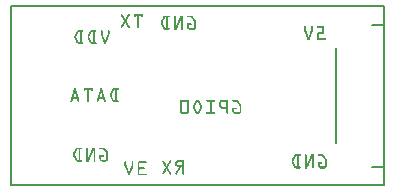
<source format=gbo>
G04 MADE WITH FRITZING*
G04 WWW.FRITZING.ORG*
G04 DOUBLE SIDED*
G04 HOLES PLATED*
G04 CONTOUR ON CENTER OF CONTOUR VECTOR*
%ASAXBY*%
%FSLAX23Y23*%
%MOIN*%
%OFA0B0*%
%SFA1.0B1.0*%
%ADD10R,1.252870X0.606642X1.236870X0.590642*%
%ADD11C,0.008000*%
%ADD12R,0.001000X0.001000*%
%LNSILK0*%
G90*
G70*
G54D11*
X4Y603D02*
X1249Y603D01*
X1249Y4D01*
X4Y4D01*
X4Y603D01*
D02*
X1248Y539D02*
X1248Y66D01*
D02*
X1248Y539D02*
X1209Y539D01*
D02*
X1248Y66D02*
X1209Y66D01*
D02*
X1090Y145D02*
X1090Y460D01*
G54D12*
X398Y575D02*
X398Y575D01*
X415Y575D02*
X444Y575D01*
X372Y574D02*
X375Y574D01*
X396Y574D02*
X399Y574D01*
X415Y574D02*
X444Y574D01*
X371Y573D02*
X376Y573D01*
X395Y573D02*
X400Y573D01*
X415Y573D02*
X444Y573D01*
X371Y572D02*
X377Y572D01*
X395Y572D02*
X400Y572D01*
X415Y572D02*
X444Y572D01*
X371Y571D02*
X377Y571D01*
X394Y571D02*
X400Y571D01*
X415Y571D02*
X444Y571D01*
X372Y570D02*
X378Y570D01*
X393Y570D02*
X400Y570D01*
X415Y570D02*
X444Y570D01*
X372Y569D02*
X378Y569D01*
X393Y569D02*
X399Y569D01*
X415Y569D02*
X444Y569D01*
X519Y569D02*
X532Y569D01*
X551Y569D02*
X552Y569D01*
X571Y569D02*
X578Y569D01*
X595Y569D02*
X606Y569D01*
X373Y568D02*
X379Y568D01*
X392Y568D02*
X398Y568D01*
X415Y568D02*
X420Y568D01*
X427Y568D02*
X432Y568D01*
X439Y568D02*
X444Y568D01*
X517Y568D02*
X534Y568D01*
X550Y568D02*
X553Y568D01*
X571Y568D02*
X578Y568D01*
X593Y568D02*
X608Y568D01*
X374Y567D02*
X380Y567D01*
X392Y567D02*
X398Y567D01*
X415Y567D02*
X420Y567D01*
X427Y567D02*
X432Y567D01*
X439Y567D02*
X444Y567D01*
X515Y567D02*
X534Y567D01*
X549Y567D02*
X554Y567D01*
X570Y567D02*
X578Y567D01*
X593Y567D02*
X610Y567D01*
X374Y566D02*
X380Y566D01*
X391Y566D02*
X397Y566D01*
X415Y566D02*
X420Y566D01*
X427Y566D02*
X432Y566D01*
X439Y566D02*
X444Y566D01*
X514Y566D02*
X534Y566D01*
X549Y566D02*
X554Y566D01*
X570Y566D02*
X578Y566D01*
X593Y566D02*
X611Y566D01*
X375Y565D02*
X381Y565D01*
X390Y565D02*
X397Y565D01*
X416Y565D02*
X419Y565D01*
X427Y565D02*
X432Y565D01*
X440Y565D02*
X443Y565D01*
X514Y565D02*
X534Y565D01*
X549Y565D02*
X554Y565D01*
X569Y565D02*
X578Y565D01*
X593Y565D02*
X612Y565D01*
X375Y564D02*
X381Y564D01*
X390Y564D02*
X396Y564D01*
X417Y564D02*
X418Y564D01*
X427Y564D02*
X432Y564D01*
X441Y564D02*
X442Y564D01*
X513Y564D02*
X533Y564D01*
X549Y564D02*
X554Y564D01*
X569Y564D02*
X578Y564D01*
X594Y564D02*
X612Y564D01*
X376Y563D02*
X382Y563D01*
X389Y563D02*
X395Y563D01*
X427Y563D02*
X432Y563D01*
X512Y563D02*
X519Y563D01*
X523Y563D02*
X529Y563D01*
X549Y563D02*
X554Y563D01*
X568Y563D02*
X578Y563D01*
X605Y563D02*
X613Y563D01*
X376Y562D02*
X383Y562D01*
X389Y562D02*
X395Y562D01*
X427Y562D02*
X432Y562D01*
X512Y562D02*
X518Y562D01*
X523Y562D02*
X528Y562D01*
X549Y562D02*
X554Y562D01*
X568Y562D02*
X578Y562D01*
X607Y562D02*
X614Y562D01*
X377Y561D02*
X383Y561D01*
X388Y561D02*
X394Y561D01*
X427Y561D02*
X432Y561D01*
X511Y561D02*
X517Y561D01*
X523Y561D02*
X528Y561D01*
X549Y561D02*
X554Y561D01*
X567Y561D02*
X578Y561D01*
X608Y561D02*
X615Y561D01*
X378Y560D02*
X384Y560D01*
X388Y560D02*
X394Y560D01*
X427Y560D02*
X432Y560D01*
X511Y560D02*
X517Y560D01*
X523Y560D02*
X528Y560D01*
X549Y560D02*
X554Y560D01*
X567Y560D02*
X578Y560D01*
X609Y560D02*
X616Y560D01*
X378Y559D02*
X384Y559D01*
X387Y559D02*
X393Y559D01*
X427Y559D02*
X432Y559D01*
X510Y559D02*
X516Y559D01*
X523Y559D02*
X528Y559D01*
X549Y559D02*
X554Y559D01*
X567Y559D02*
X578Y559D01*
X610Y559D02*
X616Y559D01*
X379Y558D02*
X393Y558D01*
X427Y558D02*
X432Y558D01*
X510Y558D02*
X516Y558D01*
X523Y558D02*
X528Y558D01*
X549Y558D02*
X554Y558D01*
X566Y558D02*
X578Y558D01*
X610Y558D02*
X617Y558D01*
X379Y557D02*
X392Y557D01*
X427Y557D02*
X432Y557D01*
X509Y557D02*
X515Y557D01*
X523Y557D02*
X528Y557D01*
X549Y557D02*
X554Y557D01*
X566Y557D02*
X571Y557D01*
X573Y557D02*
X578Y557D01*
X611Y557D02*
X618Y557D01*
X380Y556D02*
X391Y556D01*
X427Y556D02*
X432Y556D01*
X509Y556D02*
X515Y556D01*
X523Y556D02*
X528Y556D01*
X549Y556D02*
X554Y556D01*
X565Y556D02*
X571Y556D01*
X573Y556D02*
X578Y556D01*
X612Y556D02*
X619Y556D01*
X381Y555D02*
X391Y555D01*
X427Y555D02*
X432Y555D01*
X508Y555D02*
X514Y555D01*
X523Y555D02*
X528Y555D01*
X549Y555D02*
X554Y555D01*
X565Y555D02*
X571Y555D01*
X573Y555D02*
X578Y555D01*
X613Y555D02*
X619Y555D01*
X381Y554D02*
X390Y554D01*
X427Y554D02*
X432Y554D01*
X508Y554D02*
X514Y554D01*
X523Y554D02*
X528Y554D01*
X549Y554D02*
X554Y554D01*
X564Y554D02*
X570Y554D01*
X573Y554D02*
X578Y554D01*
X613Y554D02*
X620Y554D01*
X382Y553D02*
X390Y553D01*
X427Y553D02*
X432Y553D01*
X507Y553D02*
X513Y553D01*
X523Y553D02*
X528Y553D01*
X549Y553D02*
X554Y553D01*
X564Y553D02*
X570Y553D01*
X573Y553D02*
X578Y553D01*
X614Y553D02*
X621Y553D01*
X382Y552D02*
X389Y552D01*
X427Y552D02*
X432Y552D01*
X507Y552D02*
X513Y552D01*
X523Y552D02*
X528Y552D01*
X549Y552D02*
X554Y552D01*
X564Y552D02*
X569Y552D01*
X573Y552D02*
X578Y552D01*
X615Y552D02*
X621Y552D01*
X382Y551D02*
X389Y551D01*
X427Y551D02*
X432Y551D01*
X506Y551D02*
X512Y551D01*
X523Y551D02*
X528Y551D01*
X549Y551D02*
X554Y551D01*
X563Y551D02*
X569Y551D01*
X573Y551D02*
X578Y551D01*
X616Y551D02*
X621Y551D01*
X382Y550D02*
X390Y550D01*
X427Y550D02*
X432Y550D01*
X506Y550D02*
X512Y550D01*
X523Y550D02*
X528Y550D01*
X549Y550D02*
X554Y550D01*
X563Y550D02*
X568Y550D01*
X573Y550D02*
X578Y550D01*
X616Y550D02*
X622Y550D01*
X381Y549D02*
X390Y549D01*
X427Y549D02*
X432Y549D01*
X506Y549D02*
X511Y549D01*
X523Y549D02*
X528Y549D01*
X549Y549D02*
X554Y549D01*
X562Y549D02*
X568Y549D01*
X573Y549D02*
X578Y549D01*
X617Y549D02*
X622Y549D01*
X381Y548D02*
X391Y548D01*
X427Y548D02*
X432Y548D01*
X506Y548D02*
X511Y548D01*
X523Y548D02*
X528Y548D01*
X549Y548D02*
X554Y548D01*
X562Y548D02*
X567Y548D01*
X573Y548D02*
X578Y548D01*
X617Y548D02*
X622Y548D01*
X380Y547D02*
X391Y547D01*
X427Y547D02*
X432Y547D01*
X505Y547D02*
X511Y547D01*
X523Y547D02*
X528Y547D01*
X549Y547D02*
X554Y547D01*
X561Y547D02*
X567Y547D01*
X573Y547D02*
X578Y547D01*
X617Y547D02*
X622Y547D01*
X379Y546D02*
X392Y546D01*
X427Y546D02*
X432Y546D01*
X505Y546D02*
X510Y546D01*
X523Y546D02*
X528Y546D01*
X549Y546D02*
X554Y546D01*
X561Y546D02*
X567Y546D01*
X573Y546D02*
X578Y546D01*
X617Y546D02*
X622Y546D01*
X379Y545D02*
X392Y545D01*
X427Y545D02*
X432Y545D01*
X505Y545D02*
X510Y545D01*
X523Y545D02*
X528Y545D01*
X549Y545D02*
X554Y545D01*
X560Y545D02*
X566Y545D01*
X573Y545D02*
X578Y545D01*
X617Y545D02*
X622Y545D01*
X378Y544D02*
X384Y544D01*
X387Y544D02*
X393Y544D01*
X427Y544D02*
X432Y544D01*
X505Y544D02*
X511Y544D01*
X523Y544D02*
X528Y544D01*
X549Y544D02*
X554Y544D01*
X560Y544D02*
X566Y544D01*
X573Y544D02*
X578Y544D01*
X617Y544D02*
X622Y544D01*
X378Y543D02*
X384Y543D01*
X388Y543D02*
X394Y543D01*
X427Y543D02*
X432Y543D01*
X506Y543D02*
X511Y543D01*
X523Y543D02*
X528Y543D01*
X549Y543D02*
X554Y543D01*
X560Y543D02*
X565Y543D01*
X573Y543D02*
X578Y543D01*
X593Y543D02*
X606Y543D01*
X617Y543D02*
X622Y543D01*
X377Y542D02*
X383Y542D01*
X388Y542D02*
X394Y542D01*
X427Y542D02*
X432Y542D01*
X506Y542D02*
X511Y542D01*
X523Y542D02*
X528Y542D01*
X549Y542D02*
X554Y542D01*
X559Y542D02*
X565Y542D01*
X573Y542D02*
X578Y542D01*
X593Y542D02*
X606Y542D01*
X617Y542D02*
X622Y542D01*
X376Y541D02*
X383Y541D01*
X389Y541D02*
X395Y541D01*
X427Y541D02*
X432Y541D01*
X506Y541D02*
X512Y541D01*
X523Y541D02*
X528Y541D01*
X549Y541D02*
X554Y541D01*
X559Y541D02*
X564Y541D01*
X573Y541D02*
X578Y541D01*
X593Y541D02*
X607Y541D01*
X617Y541D02*
X622Y541D01*
X376Y540D02*
X382Y540D01*
X389Y540D02*
X395Y540D01*
X427Y540D02*
X432Y540D01*
X507Y540D02*
X512Y540D01*
X523Y540D02*
X528Y540D01*
X549Y540D02*
X554Y540D01*
X558Y540D02*
X564Y540D01*
X573Y540D02*
X578Y540D01*
X593Y540D02*
X607Y540D01*
X617Y540D02*
X622Y540D01*
X375Y539D02*
X381Y539D01*
X390Y539D02*
X396Y539D01*
X427Y539D02*
X432Y539D01*
X507Y539D02*
X513Y539D01*
X523Y539D02*
X528Y539D01*
X549Y539D02*
X554Y539D01*
X558Y539D02*
X564Y539D01*
X573Y539D02*
X578Y539D01*
X593Y539D02*
X606Y539D01*
X617Y539D02*
X622Y539D01*
X375Y538D02*
X381Y538D01*
X390Y538D02*
X397Y538D01*
X427Y538D02*
X432Y538D01*
X507Y538D02*
X513Y538D01*
X523Y538D02*
X528Y538D01*
X549Y538D02*
X554Y538D01*
X557Y538D02*
X563Y538D01*
X573Y538D02*
X578Y538D01*
X593Y538D02*
X606Y538D01*
X617Y538D02*
X622Y538D01*
X374Y537D02*
X380Y537D01*
X391Y537D02*
X397Y537D01*
X427Y537D02*
X432Y537D01*
X508Y537D02*
X514Y537D01*
X523Y537D02*
X528Y537D01*
X549Y537D02*
X554Y537D01*
X557Y537D02*
X563Y537D01*
X573Y537D02*
X578Y537D01*
X593Y537D02*
X598Y537D01*
X617Y537D02*
X622Y537D01*
X374Y536D02*
X380Y536D01*
X392Y536D02*
X398Y536D01*
X427Y536D02*
X432Y536D01*
X508Y536D02*
X514Y536D01*
X523Y536D02*
X528Y536D01*
X549Y536D02*
X554Y536D01*
X557Y536D02*
X562Y536D01*
X573Y536D02*
X578Y536D01*
X593Y536D02*
X598Y536D01*
X617Y536D02*
X622Y536D01*
X373Y535D02*
X379Y535D01*
X392Y535D02*
X398Y535D01*
X427Y535D02*
X432Y535D01*
X509Y535D02*
X515Y535D01*
X523Y535D02*
X528Y535D01*
X549Y535D02*
X554Y535D01*
X556Y535D02*
X562Y535D01*
X573Y535D02*
X578Y535D01*
X593Y535D02*
X598Y535D01*
X617Y535D02*
X622Y535D01*
X372Y534D02*
X378Y534D01*
X393Y534D02*
X399Y534D01*
X427Y534D02*
X432Y534D01*
X509Y534D02*
X515Y534D01*
X523Y534D02*
X528Y534D01*
X549Y534D02*
X554Y534D01*
X556Y534D02*
X561Y534D01*
X573Y534D02*
X578Y534D01*
X593Y534D02*
X598Y534D01*
X617Y534D02*
X622Y534D01*
X985Y534D02*
X985Y534D01*
X1009Y534D02*
X1009Y534D01*
X1029Y534D02*
X1049Y534D01*
X372Y533D02*
X378Y533D01*
X393Y533D02*
X400Y533D01*
X427Y533D02*
X432Y533D01*
X510Y533D02*
X516Y533D01*
X523Y533D02*
X528Y533D01*
X549Y533D02*
X561Y533D01*
X573Y533D02*
X578Y533D01*
X593Y533D02*
X598Y533D01*
X617Y533D02*
X622Y533D01*
X983Y533D02*
X987Y533D01*
X1007Y533D02*
X1011Y533D01*
X1027Y533D02*
X1049Y533D01*
X371Y532D02*
X377Y532D01*
X394Y532D02*
X400Y532D01*
X427Y532D02*
X432Y532D01*
X510Y532D02*
X516Y532D01*
X523Y532D02*
X528Y532D01*
X549Y532D02*
X560Y532D01*
X573Y532D02*
X578Y532D01*
X593Y532D02*
X598Y532D01*
X617Y532D02*
X622Y532D01*
X983Y532D02*
X988Y532D01*
X1007Y532D02*
X1012Y532D01*
X1027Y532D02*
X1049Y532D01*
X371Y531D02*
X377Y531D01*
X395Y531D02*
X400Y531D01*
X427Y531D02*
X432Y531D01*
X511Y531D02*
X517Y531D01*
X523Y531D02*
X528Y531D01*
X549Y531D02*
X560Y531D01*
X573Y531D02*
X578Y531D01*
X593Y531D02*
X598Y531D01*
X617Y531D02*
X622Y531D01*
X983Y531D02*
X988Y531D01*
X1007Y531D02*
X1012Y531D01*
X1026Y531D02*
X1049Y531D01*
X371Y530D02*
X376Y530D01*
X395Y530D02*
X400Y530D01*
X427Y530D02*
X432Y530D01*
X511Y530D02*
X517Y530D01*
X523Y530D02*
X528Y530D01*
X549Y530D02*
X560Y530D01*
X573Y530D02*
X578Y530D01*
X593Y530D02*
X598Y530D01*
X616Y530D02*
X622Y530D01*
X983Y530D02*
X988Y530D01*
X1007Y530D02*
X1012Y530D01*
X1027Y530D02*
X1049Y530D01*
X372Y529D02*
X375Y529D01*
X396Y529D02*
X399Y529D01*
X428Y529D02*
X431Y529D01*
X512Y529D02*
X518Y529D01*
X523Y529D02*
X528Y529D01*
X549Y529D02*
X559Y529D01*
X573Y529D02*
X578Y529D01*
X593Y529D02*
X599Y529D01*
X616Y529D02*
X622Y529D01*
X983Y529D02*
X988Y529D01*
X1007Y529D02*
X1012Y529D01*
X1027Y529D02*
X1049Y529D01*
X374Y528D02*
X374Y528D01*
X398Y528D02*
X398Y528D01*
X429Y528D02*
X429Y528D01*
X512Y528D02*
X532Y528D01*
X549Y528D02*
X559Y528D01*
X573Y528D02*
X578Y528D01*
X593Y528D02*
X621Y528D01*
X983Y528D02*
X988Y528D01*
X1007Y528D02*
X1012Y528D01*
X1044Y528D02*
X1049Y528D01*
X513Y527D02*
X534Y527D01*
X549Y527D02*
X558Y527D01*
X573Y527D02*
X578Y527D01*
X594Y527D02*
X621Y527D01*
X983Y527D02*
X988Y527D01*
X1007Y527D02*
X1012Y527D01*
X1044Y527D02*
X1049Y527D01*
X514Y526D02*
X534Y526D01*
X549Y526D02*
X558Y526D01*
X573Y526D02*
X578Y526D01*
X594Y526D02*
X620Y526D01*
X983Y526D02*
X988Y526D01*
X1007Y526D02*
X1012Y526D01*
X1044Y526D02*
X1049Y526D01*
X514Y525D02*
X534Y525D01*
X549Y525D02*
X557Y525D01*
X573Y525D02*
X578Y525D01*
X595Y525D02*
X619Y525D01*
X983Y525D02*
X988Y525D01*
X1007Y525D02*
X1012Y525D01*
X1044Y525D02*
X1049Y525D01*
X515Y524D02*
X534Y524D01*
X549Y524D02*
X557Y524D01*
X573Y524D02*
X578Y524D01*
X596Y524D02*
X618Y524D01*
X983Y524D02*
X988Y524D01*
X1007Y524D02*
X1012Y524D01*
X1044Y524D02*
X1049Y524D01*
X517Y523D02*
X533Y523D01*
X549Y523D02*
X557Y523D01*
X574Y523D02*
X577Y523D01*
X598Y523D02*
X617Y523D01*
X983Y523D02*
X988Y523D01*
X1007Y523D02*
X1012Y523D01*
X1044Y523D02*
X1049Y523D01*
X983Y522D02*
X988Y522D01*
X1007Y522D02*
X1012Y522D01*
X1044Y522D02*
X1049Y522D01*
X230Y521D02*
X245Y521D01*
X274Y521D02*
X289Y521D01*
X306Y521D02*
X308Y521D01*
X330Y521D02*
X332Y521D01*
X983Y521D02*
X988Y521D01*
X1006Y521D02*
X1012Y521D01*
X1044Y521D02*
X1049Y521D01*
X228Y520D02*
X246Y520D01*
X272Y520D02*
X289Y520D01*
X305Y520D02*
X309Y520D01*
X329Y520D02*
X333Y520D01*
X983Y520D02*
X988Y520D01*
X1006Y520D02*
X1012Y520D01*
X1044Y520D02*
X1049Y520D01*
X227Y519D02*
X246Y519D01*
X271Y519D02*
X290Y519D01*
X305Y519D02*
X310Y519D01*
X329Y519D02*
X334Y519D01*
X983Y519D02*
X989Y519D01*
X1006Y519D02*
X1011Y519D01*
X1044Y519D02*
X1049Y519D01*
X226Y518D02*
X246Y518D01*
X270Y518D02*
X290Y518D01*
X305Y518D02*
X310Y518D01*
X329Y518D02*
X334Y518D01*
X983Y518D02*
X989Y518D01*
X1005Y518D02*
X1011Y518D01*
X1044Y518D02*
X1049Y518D01*
X225Y517D02*
X246Y517D01*
X269Y517D02*
X290Y517D01*
X305Y517D02*
X310Y517D01*
X329Y517D02*
X334Y517D01*
X984Y517D02*
X989Y517D01*
X1005Y517D02*
X1010Y517D01*
X1044Y517D02*
X1049Y517D01*
X225Y516D02*
X245Y516D01*
X268Y516D02*
X289Y516D01*
X305Y516D02*
X310Y516D01*
X329Y516D02*
X334Y516D01*
X984Y516D02*
X990Y516D01*
X1004Y516D02*
X1010Y516D01*
X1044Y516D02*
X1049Y516D01*
X224Y515D02*
X230Y515D01*
X235Y515D02*
X240Y515D01*
X268Y515D02*
X274Y515D01*
X279Y515D02*
X284Y515D01*
X305Y515D02*
X310Y515D01*
X329Y515D02*
X334Y515D01*
X985Y515D02*
X990Y515D01*
X1004Y515D02*
X1010Y515D01*
X1044Y515D02*
X1049Y515D01*
X224Y514D02*
X230Y514D01*
X235Y514D02*
X240Y514D01*
X267Y514D02*
X273Y514D01*
X279Y514D02*
X284Y514D01*
X305Y514D02*
X310Y514D01*
X329Y514D02*
X334Y514D01*
X985Y514D02*
X991Y514D01*
X1004Y514D02*
X1009Y514D01*
X1044Y514D02*
X1049Y514D01*
X223Y513D02*
X229Y513D01*
X235Y513D02*
X240Y513D01*
X267Y513D02*
X273Y513D01*
X279Y513D02*
X284Y513D01*
X305Y513D02*
X310Y513D01*
X329Y513D02*
X334Y513D01*
X985Y513D02*
X991Y513D01*
X1003Y513D02*
X1009Y513D01*
X1030Y513D02*
X1049Y513D01*
X223Y512D02*
X228Y512D01*
X235Y512D02*
X240Y512D01*
X266Y512D02*
X272Y512D01*
X279Y512D02*
X284Y512D01*
X305Y512D02*
X310Y512D01*
X329Y512D02*
X334Y512D01*
X986Y512D02*
X991Y512D01*
X1003Y512D02*
X1009Y512D01*
X1029Y512D02*
X1049Y512D01*
X222Y511D02*
X228Y511D01*
X235Y511D02*
X240Y511D01*
X266Y511D02*
X272Y511D01*
X279Y511D02*
X284Y511D01*
X305Y511D02*
X310Y511D01*
X329Y511D02*
X334Y511D01*
X986Y511D02*
X992Y511D01*
X1003Y511D02*
X1008Y511D01*
X1028Y511D02*
X1049Y511D01*
X222Y510D02*
X227Y510D01*
X235Y510D02*
X240Y510D01*
X265Y510D02*
X271Y510D01*
X279Y510D02*
X284Y510D01*
X305Y510D02*
X310Y510D01*
X329Y510D02*
X334Y510D01*
X987Y510D02*
X992Y510D01*
X1002Y510D02*
X1008Y510D01*
X1027Y510D02*
X1049Y510D01*
X221Y509D02*
X227Y509D01*
X235Y509D02*
X240Y509D01*
X265Y509D02*
X271Y509D01*
X279Y509D02*
X284Y509D01*
X305Y509D02*
X310Y509D01*
X329Y509D02*
X334Y509D01*
X987Y509D02*
X993Y509D01*
X1002Y509D02*
X1007Y509D01*
X1027Y509D02*
X1049Y509D01*
X221Y508D02*
X226Y508D01*
X235Y508D02*
X240Y508D01*
X264Y508D02*
X270Y508D01*
X279Y508D02*
X284Y508D01*
X305Y508D02*
X310Y508D01*
X328Y508D02*
X334Y508D01*
X987Y508D02*
X993Y508D01*
X1001Y508D02*
X1007Y508D01*
X1026Y508D02*
X1049Y508D01*
X220Y507D02*
X226Y507D01*
X235Y507D02*
X240Y507D01*
X264Y507D02*
X270Y507D01*
X279Y507D02*
X284Y507D01*
X305Y507D02*
X310Y507D01*
X328Y507D02*
X334Y507D01*
X988Y507D02*
X993Y507D01*
X1001Y507D02*
X1007Y507D01*
X1026Y507D02*
X1031Y507D01*
X220Y506D02*
X225Y506D01*
X235Y506D02*
X240Y506D01*
X263Y506D02*
X269Y506D01*
X279Y506D02*
X284Y506D01*
X305Y506D02*
X311Y506D01*
X328Y506D02*
X333Y506D01*
X988Y506D02*
X994Y506D01*
X1001Y506D02*
X1006Y506D01*
X1026Y506D02*
X1031Y506D01*
X219Y505D02*
X225Y505D01*
X235Y505D02*
X240Y505D01*
X263Y505D02*
X269Y505D01*
X279Y505D02*
X284Y505D01*
X306Y505D02*
X311Y505D01*
X327Y505D02*
X333Y505D01*
X989Y505D02*
X994Y505D01*
X1000Y505D02*
X1006Y505D01*
X1026Y505D02*
X1031Y505D01*
X219Y504D02*
X224Y504D01*
X235Y504D02*
X240Y504D01*
X262Y504D02*
X268Y504D01*
X279Y504D02*
X284Y504D01*
X306Y504D02*
X312Y504D01*
X327Y504D02*
X332Y504D01*
X989Y504D02*
X994Y504D01*
X1000Y504D02*
X1005Y504D01*
X1026Y504D02*
X1031Y504D01*
X218Y503D02*
X224Y503D01*
X235Y503D02*
X240Y503D01*
X262Y503D02*
X268Y503D01*
X279Y503D02*
X284Y503D01*
X306Y503D02*
X312Y503D01*
X326Y503D02*
X332Y503D01*
X989Y503D02*
X995Y503D01*
X999Y503D02*
X1005Y503D01*
X1026Y503D02*
X1031Y503D01*
X218Y502D02*
X223Y502D01*
X235Y502D02*
X240Y502D01*
X262Y502D02*
X267Y502D01*
X279Y502D02*
X284Y502D01*
X307Y502D02*
X312Y502D01*
X326Y502D02*
X332Y502D01*
X990Y502D02*
X995Y502D01*
X999Y502D02*
X1005Y502D01*
X1026Y502D02*
X1031Y502D01*
X217Y501D02*
X223Y501D01*
X235Y501D02*
X240Y501D01*
X261Y501D02*
X267Y501D01*
X279Y501D02*
X284Y501D01*
X307Y501D02*
X313Y501D01*
X326Y501D02*
X331Y501D01*
X990Y501D02*
X996Y501D01*
X999Y501D02*
X1004Y501D01*
X1026Y501D02*
X1031Y501D01*
X217Y500D02*
X223Y500D01*
X235Y500D02*
X240Y500D01*
X261Y500D02*
X266Y500D01*
X279Y500D02*
X284Y500D01*
X308Y500D02*
X313Y500D01*
X325Y500D02*
X331Y500D01*
X990Y500D02*
X996Y500D01*
X998Y500D02*
X1004Y500D01*
X1026Y500D02*
X1031Y500D01*
X217Y499D02*
X222Y499D01*
X235Y499D02*
X240Y499D01*
X261Y499D02*
X266Y499D01*
X279Y499D02*
X284Y499D01*
X308Y499D02*
X314Y499D01*
X325Y499D02*
X330Y499D01*
X991Y499D02*
X1003Y499D01*
X1026Y499D02*
X1031Y499D01*
X217Y498D02*
X222Y498D01*
X235Y498D02*
X240Y498D01*
X261Y498D02*
X266Y498D01*
X279Y498D02*
X284Y498D01*
X308Y498D02*
X314Y498D01*
X324Y498D02*
X330Y498D01*
X991Y498D02*
X1003Y498D01*
X1026Y498D02*
X1031Y498D01*
X217Y497D02*
X222Y497D01*
X235Y497D02*
X240Y497D01*
X261Y497D02*
X266Y497D01*
X279Y497D02*
X284Y497D01*
X309Y497D02*
X314Y497D01*
X324Y497D02*
X330Y497D01*
X992Y497D02*
X1003Y497D01*
X1026Y497D02*
X1031Y497D01*
X217Y496D02*
X222Y496D01*
X235Y496D02*
X240Y496D01*
X261Y496D02*
X266Y496D01*
X279Y496D02*
X284Y496D01*
X309Y496D02*
X315Y496D01*
X324Y496D02*
X329Y496D01*
X992Y496D02*
X1002Y496D01*
X1026Y496D02*
X1031Y496D01*
X217Y495D02*
X223Y495D01*
X235Y495D02*
X240Y495D01*
X261Y495D02*
X267Y495D01*
X279Y495D02*
X284Y495D01*
X309Y495D02*
X315Y495D01*
X323Y495D02*
X329Y495D01*
X992Y495D02*
X1002Y495D01*
X1026Y495D02*
X1031Y495D01*
X1051Y495D02*
X1054Y495D01*
X218Y494D02*
X223Y494D01*
X235Y494D02*
X240Y494D01*
X261Y494D02*
X267Y494D01*
X279Y494D02*
X284Y494D01*
X310Y494D02*
X315Y494D01*
X323Y494D02*
X328Y494D01*
X993Y494D02*
X1002Y494D01*
X1026Y494D02*
X1031Y494D01*
X1049Y494D02*
X1055Y494D01*
X218Y493D02*
X224Y493D01*
X235Y493D02*
X240Y493D01*
X262Y493D02*
X267Y493D01*
X279Y493D02*
X284Y493D01*
X310Y493D02*
X316Y493D01*
X322Y493D02*
X328Y493D01*
X993Y493D02*
X1001Y493D01*
X1026Y493D02*
X1055Y493D01*
X218Y492D02*
X224Y492D01*
X235Y492D02*
X240Y492D01*
X262Y492D02*
X268Y492D01*
X279Y492D02*
X284Y492D01*
X311Y492D02*
X316Y492D01*
X322Y492D02*
X328Y492D01*
X994Y492D02*
X1001Y492D01*
X1026Y492D02*
X1055Y492D01*
X219Y491D02*
X225Y491D01*
X235Y491D02*
X240Y491D01*
X263Y491D02*
X269Y491D01*
X279Y491D02*
X284Y491D01*
X311Y491D02*
X317Y491D01*
X322Y491D02*
X327Y491D01*
X994Y491D02*
X1000Y491D01*
X1027Y491D02*
X1055Y491D01*
X219Y490D02*
X225Y490D01*
X235Y490D02*
X240Y490D01*
X263Y490D02*
X269Y490D01*
X279Y490D02*
X284Y490D01*
X311Y490D02*
X317Y490D01*
X321Y490D02*
X327Y490D01*
X994Y490D02*
X1000Y490D01*
X1027Y490D02*
X1054Y490D01*
X220Y489D02*
X226Y489D01*
X235Y489D02*
X240Y489D01*
X264Y489D02*
X270Y489D01*
X279Y489D02*
X284Y489D01*
X312Y489D02*
X317Y489D01*
X321Y489D02*
X327Y489D01*
X995Y489D02*
X1000Y489D01*
X1028Y489D02*
X1052Y489D01*
X220Y488D02*
X226Y488D01*
X235Y488D02*
X240Y488D01*
X264Y488D02*
X270Y488D01*
X279Y488D02*
X284Y488D01*
X312Y488D02*
X318Y488D01*
X320Y488D02*
X326Y488D01*
X995Y488D02*
X999Y488D01*
X1029Y488D02*
X1050Y488D01*
X221Y487D02*
X227Y487D01*
X235Y487D02*
X240Y487D01*
X265Y487D02*
X271Y487D01*
X279Y487D02*
X284Y487D01*
X313Y487D02*
X318Y487D01*
X320Y487D02*
X326Y487D01*
X997Y487D02*
X997Y487D01*
X1032Y487D02*
X1046Y487D01*
X221Y486D02*
X227Y486D01*
X235Y486D02*
X240Y486D01*
X265Y486D02*
X271Y486D01*
X279Y486D02*
X284Y486D01*
X313Y486D02*
X325Y486D01*
X222Y485D02*
X228Y485D01*
X235Y485D02*
X240Y485D01*
X266Y485D02*
X272Y485D01*
X279Y485D02*
X284Y485D01*
X313Y485D02*
X325Y485D01*
X222Y484D02*
X228Y484D01*
X235Y484D02*
X240Y484D01*
X266Y484D02*
X272Y484D01*
X279Y484D02*
X284Y484D01*
X314Y484D02*
X325Y484D01*
X223Y483D02*
X229Y483D01*
X235Y483D02*
X240Y483D01*
X267Y483D02*
X273Y483D01*
X279Y483D02*
X284Y483D01*
X314Y483D02*
X324Y483D01*
X223Y482D02*
X229Y482D01*
X235Y482D02*
X240Y482D01*
X267Y482D02*
X273Y482D01*
X279Y482D02*
X284Y482D01*
X315Y482D02*
X324Y482D01*
X224Y481D02*
X230Y481D01*
X235Y481D02*
X240Y481D01*
X268Y481D02*
X274Y481D01*
X279Y481D02*
X284Y481D01*
X315Y481D02*
X323Y481D01*
X224Y480D02*
X245Y480D01*
X268Y480D02*
X288Y480D01*
X315Y480D02*
X323Y480D01*
X225Y479D02*
X246Y479D01*
X269Y479D02*
X289Y479D01*
X316Y479D02*
X323Y479D01*
X226Y478D02*
X246Y478D01*
X269Y478D02*
X290Y478D01*
X316Y478D02*
X322Y478D01*
X226Y477D02*
X246Y477D01*
X270Y477D02*
X290Y477D01*
X317Y477D02*
X322Y477D01*
X228Y476D02*
X246Y476D01*
X271Y476D02*
X290Y476D01*
X317Y476D02*
X321Y476D01*
X230Y475D02*
X245Y475D01*
X273Y475D02*
X289Y475D01*
X318Y475D02*
X321Y475D01*
X217Y327D02*
X220Y327D01*
X248Y327D02*
X277Y327D01*
X305Y327D02*
X307Y327D01*
X348Y327D02*
X363Y327D01*
X216Y326D02*
X221Y326D01*
X248Y326D02*
X277Y326D01*
X304Y326D02*
X308Y326D01*
X346Y326D02*
X364Y326D01*
X216Y325D02*
X221Y325D01*
X248Y325D02*
X277Y325D01*
X303Y325D02*
X309Y325D01*
X345Y325D02*
X364Y325D01*
X216Y324D02*
X221Y324D01*
X248Y324D02*
X277Y324D01*
X303Y324D02*
X309Y324D01*
X344Y324D02*
X364Y324D01*
X215Y323D02*
X222Y323D01*
X248Y323D02*
X277Y323D01*
X303Y323D02*
X309Y323D01*
X343Y323D02*
X364Y323D01*
X215Y322D02*
X222Y322D01*
X248Y322D02*
X277Y322D01*
X303Y322D02*
X309Y322D01*
X343Y322D02*
X363Y322D01*
X215Y321D02*
X222Y321D01*
X248Y321D02*
X253Y321D01*
X260Y321D02*
X265Y321D01*
X272Y321D02*
X277Y321D01*
X302Y321D02*
X310Y321D01*
X342Y321D02*
X348Y321D01*
X353Y321D02*
X358Y321D01*
X214Y320D02*
X222Y320D01*
X248Y320D02*
X253Y320D01*
X260Y320D02*
X265Y320D01*
X272Y320D02*
X277Y320D01*
X302Y320D02*
X310Y320D01*
X342Y320D02*
X347Y320D01*
X353Y320D02*
X358Y320D01*
X214Y319D02*
X223Y319D01*
X248Y319D02*
X253Y319D01*
X260Y319D02*
X265Y319D01*
X272Y319D02*
X277Y319D01*
X302Y319D02*
X310Y319D01*
X341Y319D02*
X347Y319D01*
X353Y319D02*
X358Y319D01*
X214Y318D02*
X223Y318D01*
X248Y318D02*
X252Y318D01*
X260Y318D02*
X265Y318D01*
X272Y318D02*
X276Y318D01*
X301Y318D02*
X311Y318D01*
X341Y318D02*
X346Y318D01*
X353Y318D02*
X358Y318D01*
X214Y317D02*
X223Y317D01*
X249Y317D02*
X251Y317D01*
X260Y317D02*
X265Y317D01*
X273Y317D02*
X275Y317D01*
X301Y317D02*
X311Y317D01*
X340Y317D02*
X346Y317D01*
X353Y317D02*
X358Y317D01*
X213Y316D02*
X224Y316D01*
X260Y316D02*
X265Y316D01*
X301Y316D02*
X311Y316D01*
X340Y316D02*
X345Y316D01*
X353Y316D02*
X358Y316D01*
X213Y315D02*
X224Y315D01*
X260Y315D02*
X265Y315D01*
X300Y315D02*
X311Y315D01*
X339Y315D02*
X345Y315D01*
X353Y315D02*
X358Y315D01*
X213Y314D02*
X224Y314D01*
X260Y314D02*
X265Y314D01*
X300Y314D02*
X312Y314D01*
X339Y314D02*
X344Y314D01*
X353Y314D02*
X358Y314D01*
X212Y313D02*
X225Y313D01*
X260Y313D02*
X265Y313D01*
X300Y313D02*
X312Y313D01*
X338Y313D02*
X344Y313D01*
X353Y313D02*
X358Y313D01*
X212Y312D02*
X217Y312D01*
X219Y312D02*
X225Y312D01*
X260Y312D02*
X265Y312D01*
X300Y312D02*
X305Y312D01*
X307Y312D02*
X312Y312D01*
X338Y312D02*
X343Y312D01*
X353Y312D02*
X358Y312D01*
X212Y311D02*
X217Y311D01*
X220Y311D02*
X225Y311D01*
X260Y311D02*
X265Y311D01*
X299Y311D02*
X305Y311D01*
X307Y311D02*
X313Y311D01*
X337Y311D02*
X343Y311D01*
X353Y311D02*
X358Y311D01*
X212Y310D02*
X217Y310D01*
X220Y310D02*
X225Y310D01*
X260Y310D02*
X265Y310D01*
X299Y310D02*
X304Y310D01*
X308Y310D02*
X313Y310D01*
X337Y310D02*
X342Y310D01*
X353Y310D02*
X358Y310D01*
X211Y309D02*
X217Y309D01*
X220Y309D02*
X226Y309D01*
X260Y309D02*
X265Y309D01*
X299Y309D02*
X304Y309D01*
X308Y309D02*
X313Y309D01*
X336Y309D02*
X342Y309D01*
X353Y309D02*
X358Y309D01*
X211Y308D02*
X216Y308D01*
X221Y308D02*
X226Y308D01*
X260Y308D02*
X265Y308D01*
X298Y308D02*
X304Y308D01*
X308Y308D02*
X314Y308D01*
X336Y308D02*
X341Y308D01*
X353Y308D02*
X358Y308D01*
X211Y307D02*
X216Y307D01*
X221Y307D02*
X226Y307D01*
X260Y307D02*
X265Y307D01*
X298Y307D02*
X304Y307D01*
X308Y307D02*
X314Y307D01*
X336Y307D02*
X341Y307D01*
X353Y307D02*
X358Y307D01*
X210Y306D02*
X216Y306D01*
X221Y306D02*
X227Y306D01*
X260Y306D02*
X265Y306D01*
X298Y306D02*
X303Y306D01*
X309Y306D02*
X314Y306D01*
X335Y306D02*
X341Y306D01*
X353Y306D02*
X358Y306D01*
X210Y305D02*
X215Y305D01*
X222Y305D02*
X227Y305D01*
X260Y305D02*
X265Y305D01*
X298Y305D02*
X303Y305D01*
X309Y305D02*
X314Y305D01*
X335Y305D02*
X340Y305D01*
X353Y305D02*
X358Y305D01*
X210Y304D02*
X215Y304D01*
X222Y304D02*
X227Y304D01*
X260Y304D02*
X265Y304D01*
X297Y304D02*
X303Y304D01*
X309Y304D02*
X315Y304D01*
X335Y304D02*
X340Y304D01*
X353Y304D02*
X358Y304D01*
X209Y303D02*
X215Y303D01*
X222Y303D02*
X227Y303D01*
X260Y303D02*
X265Y303D01*
X297Y303D02*
X302Y303D01*
X310Y303D02*
X315Y303D01*
X335Y303D02*
X340Y303D01*
X353Y303D02*
X358Y303D01*
X209Y302D02*
X215Y302D01*
X222Y302D02*
X228Y302D01*
X260Y302D02*
X265Y302D01*
X297Y302D02*
X302Y302D01*
X310Y302D02*
X315Y302D01*
X335Y302D02*
X341Y302D01*
X353Y302D02*
X358Y302D01*
X209Y301D02*
X214Y301D01*
X223Y301D02*
X228Y301D01*
X260Y301D02*
X265Y301D01*
X296Y301D02*
X302Y301D01*
X310Y301D02*
X316Y301D01*
X336Y301D02*
X341Y301D01*
X353Y301D02*
X358Y301D01*
X209Y300D02*
X214Y300D01*
X223Y300D02*
X228Y300D01*
X260Y300D02*
X265Y300D01*
X296Y300D02*
X301Y300D01*
X310Y300D02*
X316Y300D01*
X336Y300D02*
X341Y300D01*
X353Y300D02*
X358Y300D01*
X208Y299D02*
X214Y299D01*
X223Y299D02*
X229Y299D01*
X260Y299D02*
X265Y299D01*
X296Y299D02*
X301Y299D01*
X311Y299D02*
X316Y299D01*
X336Y299D02*
X342Y299D01*
X353Y299D02*
X358Y299D01*
X208Y298D02*
X213Y298D01*
X224Y298D02*
X229Y298D01*
X260Y298D02*
X265Y298D01*
X296Y298D02*
X301Y298D01*
X311Y298D02*
X316Y298D01*
X337Y298D02*
X342Y298D01*
X353Y298D02*
X358Y298D01*
X208Y297D02*
X213Y297D01*
X224Y297D02*
X229Y297D01*
X260Y297D02*
X265Y297D01*
X295Y297D02*
X301Y297D01*
X311Y297D02*
X317Y297D01*
X337Y297D02*
X343Y297D01*
X353Y297D02*
X358Y297D01*
X207Y296D02*
X230Y296D01*
X260Y296D02*
X265Y296D01*
X295Y296D02*
X317Y296D01*
X338Y296D02*
X343Y296D01*
X353Y296D02*
X358Y296D01*
X207Y295D02*
X230Y295D01*
X260Y295D02*
X265Y295D01*
X295Y295D02*
X317Y295D01*
X338Y295D02*
X344Y295D01*
X353Y295D02*
X358Y295D01*
X207Y294D02*
X230Y294D01*
X260Y294D02*
X265Y294D01*
X294Y294D02*
X318Y294D01*
X339Y294D02*
X344Y294D01*
X353Y294D02*
X358Y294D01*
X207Y293D02*
X230Y293D01*
X260Y293D02*
X265Y293D01*
X294Y293D02*
X318Y293D01*
X339Y293D02*
X345Y293D01*
X353Y293D02*
X358Y293D01*
X206Y292D02*
X231Y292D01*
X260Y292D02*
X265Y292D01*
X294Y292D02*
X318Y292D01*
X340Y292D02*
X345Y292D01*
X353Y292D02*
X358Y292D01*
X206Y291D02*
X231Y291D01*
X260Y291D02*
X265Y291D01*
X293Y291D02*
X319Y291D01*
X340Y291D02*
X346Y291D01*
X353Y291D02*
X358Y291D01*
X206Y290D02*
X211Y290D01*
X226Y290D02*
X231Y290D01*
X260Y290D02*
X265Y290D01*
X293Y290D02*
X299Y290D01*
X313Y290D02*
X319Y290D01*
X341Y290D02*
X346Y290D01*
X353Y290D02*
X358Y290D01*
X205Y289D02*
X211Y289D01*
X226Y289D02*
X232Y289D01*
X260Y289D02*
X265Y289D01*
X293Y289D02*
X298Y289D01*
X314Y289D02*
X319Y289D01*
X341Y289D02*
X347Y289D01*
X353Y289D02*
X358Y289D01*
X205Y288D02*
X210Y288D01*
X226Y288D02*
X232Y288D01*
X260Y288D02*
X265Y288D01*
X293Y288D02*
X298Y288D01*
X314Y288D02*
X319Y288D01*
X341Y288D02*
X348Y288D01*
X353Y288D02*
X358Y288D01*
X573Y288D02*
X594Y288D01*
X625Y288D02*
X629Y288D01*
X658Y288D02*
X684Y288D01*
X707Y288D02*
X729Y288D01*
X745Y288D02*
X758Y288D01*
X205Y287D02*
X210Y287D01*
X227Y287D02*
X232Y287D01*
X260Y287D02*
X265Y287D01*
X292Y287D02*
X298Y287D01*
X314Y287D02*
X320Y287D01*
X342Y287D02*
X348Y287D01*
X353Y287D02*
X358Y287D01*
X571Y287D02*
X596Y287D01*
X623Y287D02*
X631Y287D01*
X657Y287D02*
X685Y287D01*
X704Y287D02*
X729Y287D01*
X744Y287D02*
X760Y287D01*
X205Y286D02*
X210Y286D01*
X227Y286D02*
X232Y286D01*
X260Y286D02*
X265Y286D01*
X292Y286D02*
X297Y286D01*
X315Y286D02*
X320Y286D01*
X342Y286D02*
X363Y286D01*
X570Y286D02*
X597Y286D01*
X622Y286D02*
X632Y286D01*
X656Y286D02*
X685Y286D01*
X703Y286D02*
X729Y286D01*
X744Y286D02*
X761Y286D01*
X204Y285D02*
X210Y285D01*
X227Y285D02*
X233Y285D01*
X260Y285D02*
X265Y285D01*
X292Y285D02*
X297Y285D01*
X315Y285D02*
X320Y285D01*
X343Y285D02*
X364Y285D01*
X570Y285D02*
X597Y285D01*
X621Y285D02*
X633Y285D01*
X656Y285D02*
X685Y285D01*
X702Y285D02*
X729Y285D01*
X744Y285D02*
X762Y285D01*
X204Y284D02*
X209Y284D01*
X228Y284D02*
X233Y284D01*
X260Y284D02*
X265Y284D01*
X291Y284D02*
X297Y284D01*
X315Y284D02*
X321Y284D01*
X344Y284D02*
X364Y284D01*
X569Y284D02*
X598Y284D01*
X621Y284D02*
X634Y284D01*
X657Y284D02*
X685Y284D01*
X701Y284D02*
X729Y284D01*
X744Y284D02*
X763Y284D01*
X204Y283D02*
X209Y283D01*
X228Y283D02*
X233Y283D01*
X260Y283D02*
X265Y283D01*
X291Y283D02*
X296Y283D01*
X315Y283D02*
X321Y283D01*
X345Y283D02*
X364Y283D01*
X569Y283D02*
X598Y283D01*
X620Y283D02*
X634Y283D01*
X658Y283D02*
X684Y283D01*
X701Y283D02*
X729Y283D01*
X745Y283D02*
X764Y283D01*
X204Y282D02*
X209Y282D01*
X228Y282D02*
X233Y282D01*
X260Y282D02*
X264Y282D01*
X292Y282D02*
X296Y282D01*
X316Y282D02*
X320Y282D01*
X346Y282D02*
X364Y282D01*
X569Y282D02*
X574Y282D01*
X593Y282D02*
X598Y282D01*
X620Y282D02*
X626Y282D01*
X629Y282D02*
X635Y282D01*
X668Y282D02*
X674Y282D01*
X701Y282D02*
X707Y282D01*
X724Y282D02*
X729Y282D01*
X757Y282D02*
X765Y282D01*
X205Y281D02*
X208Y281D01*
X229Y281D02*
X232Y281D01*
X261Y281D02*
X263Y281D01*
X293Y281D02*
X295Y281D01*
X317Y281D02*
X319Y281D01*
X348Y281D02*
X363Y281D01*
X569Y281D02*
X574Y281D01*
X593Y281D02*
X598Y281D01*
X619Y281D02*
X625Y281D01*
X629Y281D02*
X635Y281D01*
X668Y281D02*
X674Y281D01*
X700Y281D02*
X706Y281D01*
X724Y281D02*
X729Y281D01*
X758Y281D02*
X765Y281D01*
X569Y280D02*
X574Y280D01*
X593Y280D02*
X598Y280D01*
X619Y280D02*
X624Y280D01*
X630Y280D02*
X636Y280D01*
X668Y280D02*
X674Y280D01*
X700Y280D02*
X705Y280D01*
X724Y280D02*
X729Y280D01*
X759Y280D02*
X766Y280D01*
X569Y279D02*
X574Y279D01*
X593Y279D02*
X598Y279D01*
X618Y279D02*
X624Y279D01*
X630Y279D02*
X636Y279D01*
X668Y279D02*
X674Y279D01*
X700Y279D02*
X705Y279D01*
X724Y279D02*
X729Y279D01*
X760Y279D02*
X767Y279D01*
X569Y278D02*
X574Y278D01*
X593Y278D02*
X598Y278D01*
X618Y278D02*
X623Y278D01*
X631Y278D02*
X637Y278D01*
X668Y278D02*
X674Y278D01*
X700Y278D02*
X705Y278D01*
X724Y278D02*
X729Y278D01*
X761Y278D02*
X768Y278D01*
X569Y277D02*
X574Y277D01*
X593Y277D02*
X598Y277D01*
X617Y277D02*
X623Y277D01*
X631Y277D02*
X637Y277D01*
X668Y277D02*
X674Y277D01*
X700Y277D02*
X705Y277D01*
X724Y277D02*
X729Y277D01*
X762Y277D02*
X768Y277D01*
X569Y276D02*
X574Y276D01*
X593Y276D02*
X598Y276D01*
X617Y276D02*
X622Y276D01*
X632Y276D02*
X638Y276D01*
X668Y276D02*
X674Y276D01*
X700Y276D02*
X705Y276D01*
X724Y276D02*
X729Y276D01*
X762Y276D02*
X769Y276D01*
X569Y275D02*
X574Y275D01*
X593Y275D02*
X598Y275D01*
X616Y275D02*
X622Y275D01*
X632Y275D02*
X638Y275D01*
X668Y275D02*
X674Y275D01*
X700Y275D02*
X705Y275D01*
X724Y275D02*
X729Y275D01*
X763Y275D02*
X770Y275D01*
X569Y274D02*
X574Y274D01*
X593Y274D02*
X598Y274D01*
X616Y274D02*
X621Y274D01*
X633Y274D02*
X639Y274D01*
X668Y274D02*
X674Y274D01*
X700Y274D02*
X705Y274D01*
X724Y274D02*
X729Y274D01*
X764Y274D02*
X771Y274D01*
X569Y273D02*
X574Y273D01*
X593Y273D02*
X598Y273D01*
X615Y273D02*
X621Y273D01*
X633Y273D02*
X639Y273D01*
X668Y273D02*
X674Y273D01*
X700Y273D02*
X705Y273D01*
X724Y273D02*
X729Y273D01*
X765Y273D02*
X771Y273D01*
X569Y272D02*
X574Y272D01*
X593Y272D02*
X598Y272D01*
X615Y272D02*
X620Y272D01*
X634Y272D02*
X640Y272D01*
X668Y272D02*
X674Y272D01*
X700Y272D02*
X705Y272D01*
X724Y272D02*
X729Y272D01*
X766Y272D02*
X772Y272D01*
X569Y271D02*
X574Y271D01*
X593Y271D02*
X598Y271D01*
X614Y271D02*
X620Y271D01*
X634Y271D02*
X640Y271D01*
X668Y271D02*
X674Y271D01*
X700Y271D02*
X705Y271D01*
X724Y271D02*
X729Y271D01*
X766Y271D02*
X772Y271D01*
X569Y270D02*
X574Y270D01*
X593Y270D02*
X598Y270D01*
X614Y270D02*
X619Y270D01*
X635Y270D02*
X641Y270D01*
X668Y270D02*
X674Y270D01*
X700Y270D02*
X705Y270D01*
X724Y270D02*
X729Y270D01*
X767Y270D02*
X773Y270D01*
X569Y269D02*
X574Y269D01*
X593Y269D02*
X598Y269D01*
X613Y269D02*
X619Y269D01*
X636Y269D02*
X641Y269D01*
X668Y269D02*
X674Y269D01*
X700Y269D02*
X705Y269D01*
X724Y269D02*
X729Y269D01*
X767Y269D02*
X773Y269D01*
X569Y268D02*
X574Y268D01*
X593Y268D02*
X598Y268D01*
X613Y268D02*
X618Y268D01*
X636Y268D02*
X641Y268D01*
X668Y268D02*
X674Y268D01*
X700Y268D02*
X705Y268D01*
X724Y268D02*
X729Y268D01*
X768Y268D02*
X773Y268D01*
X569Y267D02*
X574Y267D01*
X593Y267D02*
X598Y267D01*
X613Y267D02*
X618Y267D01*
X636Y267D02*
X641Y267D01*
X668Y267D02*
X674Y267D01*
X700Y267D02*
X706Y267D01*
X724Y267D02*
X729Y267D01*
X768Y267D02*
X773Y267D01*
X569Y266D02*
X574Y266D01*
X593Y266D02*
X598Y266D01*
X613Y266D02*
X618Y266D01*
X637Y266D02*
X642Y266D01*
X668Y266D02*
X674Y266D01*
X700Y266D02*
X707Y266D01*
X724Y266D02*
X729Y266D01*
X768Y266D02*
X773Y266D01*
X569Y265D02*
X574Y265D01*
X593Y265D02*
X598Y265D01*
X613Y265D02*
X618Y265D01*
X637Y265D02*
X642Y265D01*
X668Y265D02*
X674Y265D01*
X701Y265D02*
X729Y265D01*
X768Y265D02*
X773Y265D01*
X569Y264D02*
X574Y264D01*
X593Y264D02*
X598Y264D01*
X613Y264D02*
X618Y264D01*
X637Y264D02*
X642Y264D01*
X668Y264D02*
X674Y264D01*
X701Y264D02*
X729Y264D01*
X768Y264D02*
X773Y264D01*
X569Y263D02*
X574Y263D01*
X593Y263D02*
X598Y263D01*
X613Y263D02*
X618Y263D01*
X636Y263D02*
X642Y263D01*
X668Y263D02*
X674Y263D01*
X702Y263D02*
X729Y263D01*
X768Y263D02*
X773Y263D01*
X569Y262D02*
X574Y262D01*
X593Y262D02*
X598Y262D01*
X613Y262D02*
X618Y262D01*
X636Y262D02*
X641Y262D01*
X668Y262D02*
X674Y262D01*
X703Y262D02*
X729Y262D01*
X744Y262D02*
X757Y262D01*
X768Y262D02*
X773Y262D01*
X569Y261D02*
X574Y261D01*
X593Y261D02*
X598Y261D01*
X613Y261D02*
X619Y261D01*
X636Y261D02*
X641Y261D01*
X668Y261D02*
X674Y261D01*
X704Y261D02*
X729Y261D01*
X744Y261D02*
X758Y261D01*
X768Y261D02*
X773Y261D01*
X569Y260D02*
X574Y260D01*
X593Y260D02*
X598Y260D01*
X614Y260D02*
X619Y260D01*
X635Y260D02*
X641Y260D01*
X668Y260D02*
X674Y260D01*
X706Y260D02*
X729Y260D01*
X744Y260D02*
X758Y260D01*
X768Y260D02*
X773Y260D01*
X569Y259D02*
X574Y259D01*
X593Y259D02*
X598Y259D01*
X614Y259D02*
X620Y259D01*
X635Y259D02*
X640Y259D01*
X668Y259D02*
X674Y259D01*
X724Y259D02*
X729Y259D01*
X744Y259D02*
X758Y259D01*
X768Y259D02*
X773Y259D01*
X569Y258D02*
X574Y258D01*
X593Y258D02*
X598Y258D01*
X614Y258D02*
X620Y258D01*
X634Y258D02*
X640Y258D01*
X668Y258D02*
X674Y258D01*
X724Y258D02*
X729Y258D01*
X744Y258D02*
X757Y258D01*
X768Y258D02*
X773Y258D01*
X569Y257D02*
X574Y257D01*
X593Y257D02*
X598Y257D01*
X615Y257D02*
X621Y257D01*
X634Y257D02*
X639Y257D01*
X668Y257D02*
X674Y257D01*
X724Y257D02*
X729Y257D01*
X744Y257D02*
X756Y257D01*
X768Y257D02*
X773Y257D01*
X569Y256D02*
X574Y256D01*
X593Y256D02*
X598Y256D01*
X615Y256D02*
X621Y256D01*
X633Y256D02*
X639Y256D01*
X668Y256D02*
X674Y256D01*
X724Y256D02*
X729Y256D01*
X744Y256D02*
X749Y256D01*
X768Y256D02*
X773Y256D01*
X569Y255D02*
X574Y255D01*
X593Y255D02*
X598Y255D01*
X616Y255D02*
X622Y255D01*
X633Y255D02*
X638Y255D01*
X668Y255D02*
X674Y255D01*
X724Y255D02*
X729Y255D01*
X744Y255D02*
X749Y255D01*
X768Y255D02*
X773Y255D01*
X569Y254D02*
X574Y254D01*
X593Y254D02*
X598Y254D01*
X616Y254D02*
X622Y254D01*
X632Y254D02*
X638Y254D01*
X668Y254D02*
X674Y254D01*
X724Y254D02*
X729Y254D01*
X744Y254D02*
X749Y254D01*
X768Y254D02*
X773Y254D01*
X569Y253D02*
X574Y253D01*
X593Y253D02*
X598Y253D01*
X617Y253D02*
X623Y253D01*
X632Y253D02*
X637Y253D01*
X668Y253D02*
X674Y253D01*
X724Y253D02*
X729Y253D01*
X744Y253D02*
X749Y253D01*
X768Y253D02*
X773Y253D01*
X569Y252D02*
X574Y252D01*
X593Y252D02*
X598Y252D01*
X617Y252D02*
X623Y252D01*
X631Y252D02*
X637Y252D01*
X668Y252D02*
X674Y252D01*
X724Y252D02*
X729Y252D01*
X744Y252D02*
X749Y252D01*
X768Y252D02*
X773Y252D01*
X569Y251D02*
X574Y251D01*
X593Y251D02*
X598Y251D01*
X618Y251D02*
X624Y251D01*
X631Y251D02*
X636Y251D01*
X668Y251D02*
X674Y251D01*
X724Y251D02*
X729Y251D01*
X744Y251D02*
X749Y251D01*
X768Y251D02*
X773Y251D01*
X569Y250D02*
X574Y250D01*
X593Y250D02*
X598Y250D01*
X618Y250D02*
X624Y250D01*
X630Y250D02*
X636Y250D01*
X668Y250D02*
X674Y250D01*
X724Y250D02*
X729Y250D01*
X744Y250D02*
X749Y250D01*
X768Y250D02*
X773Y250D01*
X569Y249D02*
X574Y249D01*
X593Y249D02*
X598Y249D01*
X619Y249D02*
X625Y249D01*
X630Y249D02*
X635Y249D01*
X668Y249D02*
X674Y249D01*
X724Y249D02*
X729Y249D01*
X744Y249D02*
X749Y249D01*
X767Y249D02*
X773Y249D01*
X569Y248D02*
X574Y248D01*
X593Y248D02*
X598Y248D01*
X619Y248D02*
X625Y248D01*
X629Y248D02*
X635Y248D01*
X668Y248D02*
X674Y248D01*
X724Y248D02*
X729Y248D01*
X744Y248D02*
X750Y248D01*
X767Y248D02*
X773Y248D01*
X569Y247D02*
X598Y247D01*
X620Y247D02*
X635Y247D01*
X658Y247D02*
X684Y247D01*
X724Y247D02*
X729Y247D01*
X745Y247D02*
X772Y247D01*
X569Y246D02*
X598Y246D01*
X620Y246D02*
X634Y246D01*
X657Y246D02*
X685Y246D01*
X724Y246D02*
X729Y246D01*
X745Y246D02*
X772Y246D01*
X569Y245D02*
X597Y245D01*
X621Y245D02*
X633Y245D01*
X656Y245D02*
X685Y245D01*
X724Y245D02*
X729Y245D01*
X746Y245D02*
X771Y245D01*
X570Y244D02*
X597Y244D01*
X622Y244D02*
X633Y244D01*
X656Y244D02*
X685Y244D01*
X724Y244D02*
X729Y244D01*
X747Y244D02*
X770Y244D01*
X571Y243D02*
X596Y243D01*
X623Y243D02*
X632Y243D01*
X657Y243D02*
X685Y243D01*
X725Y243D02*
X729Y243D01*
X748Y243D02*
X769Y243D01*
X572Y242D02*
X595Y242D01*
X625Y242D02*
X630Y242D01*
X658Y242D02*
X684Y242D01*
X725Y242D02*
X728Y242D01*
X750Y242D02*
X768Y242D01*
X225Y129D02*
X241Y129D01*
X257Y129D02*
X261Y129D01*
X278Y129D02*
X286Y129D01*
X301Y129D02*
X316Y129D01*
X223Y128D02*
X242Y128D01*
X257Y128D02*
X261Y128D01*
X278Y128D02*
X286Y128D01*
X301Y128D02*
X317Y128D01*
X222Y127D02*
X242Y127D01*
X257Y127D02*
X262Y127D01*
X277Y127D02*
X286Y127D01*
X300Y127D02*
X318Y127D01*
X221Y126D02*
X242Y126D01*
X257Y126D02*
X262Y126D01*
X277Y126D02*
X286Y126D01*
X300Y126D02*
X319Y126D01*
X221Y125D02*
X241Y125D01*
X257Y125D02*
X262Y125D01*
X276Y125D02*
X286Y125D01*
X301Y125D02*
X320Y125D01*
X220Y124D02*
X240Y124D01*
X257Y124D02*
X262Y124D01*
X276Y124D02*
X286Y124D01*
X303Y124D02*
X321Y124D01*
X219Y123D02*
X226Y123D01*
X231Y123D02*
X236Y123D01*
X257Y123D02*
X262Y123D01*
X276Y123D02*
X286Y123D01*
X314Y123D02*
X321Y123D01*
X219Y122D02*
X225Y122D01*
X231Y122D02*
X236Y122D01*
X257Y122D02*
X262Y122D01*
X275Y122D02*
X286Y122D01*
X315Y122D02*
X322Y122D01*
X218Y121D02*
X224Y121D01*
X231Y121D02*
X236Y121D01*
X257Y121D02*
X262Y121D01*
X275Y121D02*
X286Y121D01*
X316Y121D02*
X323Y121D01*
X218Y120D02*
X224Y120D01*
X231Y120D02*
X236Y120D01*
X257Y120D02*
X262Y120D01*
X274Y120D02*
X286Y120D01*
X317Y120D02*
X324Y120D01*
X217Y119D02*
X223Y119D01*
X231Y119D02*
X236Y119D01*
X257Y119D02*
X262Y119D01*
X274Y119D02*
X286Y119D01*
X318Y119D02*
X324Y119D01*
X217Y118D02*
X223Y118D01*
X231Y118D02*
X236Y118D01*
X257Y118D02*
X262Y118D01*
X273Y118D02*
X286Y118D01*
X318Y118D02*
X325Y118D01*
X216Y117D02*
X222Y117D01*
X231Y117D02*
X236Y117D01*
X257Y117D02*
X262Y117D01*
X273Y117D02*
X279Y117D01*
X281Y117D02*
X286Y117D01*
X319Y117D02*
X326Y117D01*
X216Y116D02*
X222Y116D01*
X231Y116D02*
X236Y116D01*
X257Y116D02*
X262Y116D01*
X272Y116D02*
X278Y116D01*
X281Y116D02*
X286Y116D01*
X320Y116D02*
X327Y116D01*
X215Y115D02*
X221Y115D01*
X231Y115D02*
X236Y115D01*
X257Y115D02*
X262Y115D01*
X272Y115D02*
X278Y115D01*
X281Y115D02*
X286Y115D01*
X321Y115D02*
X327Y115D01*
X215Y114D02*
X221Y114D01*
X231Y114D02*
X236Y114D01*
X257Y114D02*
X262Y114D01*
X272Y114D02*
X277Y114D01*
X281Y114D02*
X286Y114D01*
X322Y114D02*
X328Y114D01*
X214Y113D02*
X220Y113D01*
X231Y113D02*
X236Y113D01*
X257Y113D02*
X262Y113D01*
X271Y113D02*
X277Y113D01*
X281Y113D02*
X286Y113D01*
X322Y113D02*
X329Y113D01*
X214Y112D02*
X220Y112D01*
X231Y112D02*
X236Y112D01*
X257Y112D02*
X262Y112D01*
X271Y112D02*
X276Y112D01*
X281Y112D02*
X286Y112D01*
X323Y112D02*
X329Y112D01*
X214Y111D02*
X219Y111D01*
X231Y111D02*
X236Y111D01*
X257Y111D02*
X262Y111D01*
X270Y111D02*
X276Y111D01*
X281Y111D02*
X286Y111D01*
X324Y111D02*
X329Y111D01*
X213Y110D02*
X219Y110D01*
X231Y110D02*
X236Y110D01*
X257Y110D02*
X262Y110D01*
X270Y110D02*
X276Y110D01*
X281Y110D02*
X286Y110D01*
X324Y110D02*
X329Y110D01*
X213Y109D02*
X218Y109D01*
X231Y109D02*
X236Y109D01*
X257Y109D02*
X262Y109D01*
X269Y109D02*
X275Y109D01*
X281Y109D02*
X286Y109D01*
X324Y109D02*
X329Y109D01*
X213Y108D02*
X218Y108D01*
X231Y108D02*
X236Y108D01*
X257Y108D02*
X262Y108D01*
X269Y108D02*
X275Y108D01*
X281Y108D02*
X286Y108D01*
X324Y108D02*
X329Y108D01*
X213Y107D02*
X218Y107D01*
X231Y107D02*
X236Y107D01*
X257Y107D02*
X262Y107D01*
X269Y107D02*
X274Y107D01*
X281Y107D02*
X286Y107D01*
X324Y107D02*
X329Y107D01*
X956Y107D02*
X968Y107D01*
X988Y107D02*
X988Y107D01*
X1007Y107D02*
X1014Y107D01*
X1031Y107D02*
X1041Y107D01*
X213Y106D02*
X218Y106D01*
X231Y106D02*
X236Y106D01*
X257Y106D02*
X262Y106D01*
X268Y106D02*
X274Y106D01*
X281Y106D02*
X286Y106D01*
X324Y106D02*
X329Y106D01*
X953Y106D02*
X970Y106D01*
X986Y106D02*
X989Y106D01*
X1007Y106D02*
X1014Y106D01*
X1030Y106D02*
X1044Y106D01*
X213Y105D02*
X218Y105D01*
X231Y105D02*
X236Y105D01*
X257Y105D02*
X262Y105D01*
X268Y105D02*
X273Y105D01*
X281Y105D02*
X286Y105D01*
X324Y105D02*
X329Y105D01*
X951Y105D02*
X970Y105D01*
X985Y105D02*
X990Y105D01*
X1006Y105D02*
X1014Y105D01*
X1029Y105D02*
X1046Y105D01*
X213Y104D02*
X218Y104D01*
X231Y104D02*
X236Y104D01*
X257Y104D02*
X262Y104D01*
X267Y104D02*
X273Y104D01*
X281Y104D02*
X286Y104D01*
X300Y104D02*
X313Y104D01*
X324Y104D02*
X329Y104D01*
X950Y104D02*
X970Y104D01*
X985Y104D02*
X990Y104D01*
X1006Y104D02*
X1014Y104D01*
X1029Y104D02*
X1047Y104D01*
X213Y103D02*
X219Y103D01*
X231Y103D02*
X236Y103D01*
X257Y103D02*
X262Y103D01*
X267Y103D02*
X273Y103D01*
X281Y103D02*
X286Y103D01*
X300Y103D02*
X314Y103D01*
X324Y103D02*
X329Y103D01*
X950Y103D02*
X970Y103D01*
X985Y103D02*
X990Y103D01*
X1005Y103D02*
X1014Y103D01*
X1029Y103D02*
X1048Y103D01*
X214Y102D02*
X219Y102D01*
X231Y102D02*
X236Y102D01*
X257Y102D02*
X262Y102D01*
X266Y102D02*
X272Y102D01*
X281Y102D02*
X286Y102D01*
X300Y102D02*
X314Y102D01*
X324Y102D02*
X329Y102D01*
X949Y102D02*
X969Y102D01*
X985Y102D02*
X990Y102D01*
X1005Y102D02*
X1014Y102D01*
X1030Y102D02*
X1048Y102D01*
X214Y101D02*
X220Y101D01*
X231Y101D02*
X236Y101D01*
X257Y101D02*
X262Y101D01*
X266Y101D02*
X272Y101D01*
X281Y101D02*
X286Y101D01*
X300Y101D02*
X314Y101D01*
X324Y101D02*
X329Y101D01*
X948Y101D02*
X967Y101D01*
X985Y101D02*
X990Y101D01*
X1004Y101D02*
X1014Y101D01*
X1032Y101D02*
X1049Y101D01*
X214Y100D02*
X220Y100D01*
X231Y100D02*
X236Y100D01*
X257Y100D02*
X262Y100D01*
X265Y100D02*
X271Y100D01*
X281Y100D02*
X286Y100D01*
X300Y100D02*
X314Y100D01*
X324Y100D02*
X329Y100D01*
X948Y100D02*
X954Y100D01*
X959Y100D02*
X964Y100D01*
X985Y100D02*
X990Y100D01*
X1004Y100D02*
X1014Y100D01*
X1043Y100D02*
X1050Y100D01*
X215Y99D02*
X221Y99D01*
X231Y99D02*
X236Y99D01*
X257Y99D02*
X262Y99D01*
X265Y99D02*
X271Y99D01*
X281Y99D02*
X286Y99D01*
X300Y99D02*
X313Y99D01*
X324Y99D02*
X329Y99D01*
X947Y99D02*
X953Y99D01*
X959Y99D02*
X964Y99D01*
X985Y99D02*
X990Y99D01*
X1004Y99D02*
X1014Y99D01*
X1044Y99D02*
X1051Y99D01*
X215Y98D02*
X221Y98D01*
X231Y98D02*
X236Y98D01*
X257Y98D02*
X262Y98D01*
X265Y98D02*
X270Y98D01*
X281Y98D02*
X286Y98D01*
X300Y98D02*
X306Y98D01*
X324Y98D02*
X329Y98D01*
X947Y98D02*
X953Y98D01*
X959Y98D02*
X964Y98D01*
X985Y98D02*
X990Y98D01*
X1003Y98D02*
X1014Y98D01*
X1045Y98D02*
X1051Y98D01*
X216Y97D02*
X222Y97D01*
X231Y97D02*
X236Y97D01*
X257Y97D02*
X262Y97D01*
X264Y97D02*
X270Y97D01*
X281Y97D02*
X286Y97D01*
X300Y97D02*
X305Y97D01*
X324Y97D02*
X329Y97D01*
X946Y97D02*
X952Y97D01*
X959Y97D02*
X964Y97D01*
X985Y97D02*
X990Y97D01*
X1003Y97D02*
X1014Y97D01*
X1045Y97D02*
X1052Y97D01*
X216Y96D02*
X222Y96D01*
X231Y96D02*
X236Y96D01*
X257Y96D02*
X262Y96D01*
X264Y96D02*
X269Y96D01*
X281Y96D02*
X286Y96D01*
X300Y96D02*
X305Y96D01*
X324Y96D02*
X329Y96D01*
X946Y96D02*
X952Y96D01*
X959Y96D02*
X964Y96D01*
X985Y96D02*
X990Y96D01*
X1002Y96D02*
X1014Y96D01*
X1046Y96D02*
X1053Y96D01*
X217Y95D02*
X223Y95D01*
X231Y95D02*
X236Y95D01*
X257Y95D02*
X269Y95D01*
X281Y95D02*
X286Y95D01*
X300Y95D02*
X305Y95D01*
X324Y95D02*
X329Y95D01*
X945Y95D02*
X951Y95D01*
X959Y95D02*
X964Y95D01*
X985Y95D02*
X990Y95D01*
X1002Y95D02*
X1007Y95D01*
X1009Y95D02*
X1014Y95D01*
X1047Y95D02*
X1054Y95D01*
X217Y94D02*
X223Y94D01*
X231Y94D02*
X236Y94D01*
X257Y94D02*
X269Y94D01*
X281Y94D02*
X286Y94D01*
X300Y94D02*
X305Y94D01*
X324Y94D02*
X329Y94D01*
X945Y94D02*
X951Y94D01*
X959Y94D02*
X964Y94D01*
X985Y94D02*
X990Y94D01*
X1001Y94D02*
X1007Y94D01*
X1009Y94D02*
X1014Y94D01*
X1048Y94D02*
X1055Y94D01*
X218Y93D02*
X224Y93D01*
X231Y93D02*
X236Y93D01*
X257Y93D02*
X268Y93D01*
X281Y93D02*
X286Y93D01*
X300Y93D02*
X305Y93D01*
X324Y93D02*
X329Y93D01*
X944Y93D02*
X950Y93D01*
X959Y93D02*
X964Y93D01*
X985Y93D02*
X990Y93D01*
X1001Y93D02*
X1007Y93D01*
X1009Y93D02*
X1014Y93D01*
X1049Y93D02*
X1055Y93D01*
X218Y92D02*
X224Y92D01*
X231Y92D02*
X236Y92D01*
X257Y92D02*
X268Y92D01*
X281Y92D02*
X286Y92D01*
X300Y92D02*
X305Y92D01*
X324Y92D02*
X329Y92D01*
X944Y92D02*
X950Y92D01*
X959Y92D02*
X964Y92D01*
X985Y92D02*
X990Y92D01*
X1000Y92D02*
X1006Y92D01*
X1009Y92D02*
X1014Y92D01*
X1049Y92D02*
X1056Y92D01*
X219Y91D02*
X225Y91D01*
X231Y91D02*
X236Y91D01*
X257Y91D02*
X267Y91D01*
X281Y91D02*
X286Y91D01*
X300Y91D02*
X306Y91D01*
X324Y91D02*
X329Y91D01*
X943Y91D02*
X949Y91D01*
X959Y91D02*
X964Y91D01*
X985Y91D02*
X990Y91D01*
X1000Y91D02*
X1006Y91D01*
X1009Y91D02*
X1014Y91D01*
X1050Y91D02*
X1057Y91D01*
X219Y90D02*
X225Y90D01*
X231Y90D02*
X236Y90D01*
X257Y90D02*
X267Y90D01*
X281Y90D02*
X286Y90D01*
X301Y90D02*
X306Y90D01*
X323Y90D02*
X329Y90D01*
X943Y90D02*
X949Y90D01*
X959Y90D02*
X964Y90D01*
X985Y90D02*
X990Y90D01*
X1000Y90D02*
X1005Y90D01*
X1009Y90D02*
X1014Y90D01*
X1051Y90D02*
X1057Y90D01*
X220Y89D02*
X227Y89D01*
X230Y89D02*
X236Y89D01*
X257Y89D02*
X266Y89D01*
X281Y89D02*
X286Y89D01*
X301Y89D02*
X308Y89D01*
X322Y89D02*
X329Y89D01*
X942Y89D02*
X948Y89D01*
X959Y89D02*
X964Y89D01*
X985Y89D02*
X990Y89D01*
X999Y89D02*
X1005Y89D01*
X1009Y89D02*
X1014Y89D01*
X1052Y89D02*
X1057Y89D01*
X220Y88D02*
X241Y88D01*
X257Y88D02*
X266Y88D01*
X281Y88D02*
X286Y88D01*
X301Y88D02*
X329Y88D01*
X942Y88D02*
X948Y88D01*
X959Y88D02*
X964Y88D01*
X985Y88D02*
X990Y88D01*
X999Y88D02*
X1004Y88D01*
X1009Y88D02*
X1014Y88D01*
X1052Y88D02*
X1058Y88D01*
X221Y87D02*
X242Y87D01*
X257Y87D02*
X265Y87D01*
X281Y87D02*
X286Y87D01*
X302Y87D02*
X328Y87D01*
X942Y87D02*
X947Y87D01*
X959Y87D02*
X964Y87D01*
X985Y87D02*
X990Y87D01*
X998Y87D02*
X1004Y87D01*
X1009Y87D02*
X1014Y87D01*
X1053Y87D02*
X1058Y87D01*
X222Y86D02*
X242Y86D01*
X257Y86D02*
X265Y86D01*
X281Y86D02*
X286Y86D01*
X303Y86D02*
X327Y86D01*
X511Y86D02*
X513Y86D01*
X535Y86D02*
X537Y86D01*
X559Y86D02*
X582Y86D01*
X942Y86D02*
X947Y86D01*
X959Y86D02*
X964Y86D01*
X985Y86D02*
X990Y86D01*
X998Y86D02*
X1004Y86D01*
X1009Y86D02*
X1014Y86D01*
X1053Y86D02*
X1058Y86D01*
X223Y85D02*
X242Y85D01*
X257Y85D02*
X265Y85D01*
X281Y85D02*
X285Y85D01*
X304Y85D02*
X326Y85D01*
X510Y85D02*
X514Y85D01*
X534Y85D02*
X538Y85D01*
X557Y85D02*
X582Y85D01*
X941Y85D02*
X947Y85D01*
X959Y85D02*
X964Y85D01*
X985Y85D02*
X990Y85D01*
X997Y85D02*
X1003Y85D01*
X1009Y85D02*
X1014Y85D01*
X1053Y85D02*
X1058Y85D01*
X224Y84D02*
X241Y84D01*
X257Y84D02*
X264Y84D01*
X281Y84D02*
X285Y84D01*
X305Y84D02*
X325Y84D01*
X510Y84D02*
X515Y84D01*
X533Y84D02*
X539Y84D01*
X556Y84D02*
X582Y84D01*
X941Y84D02*
X946Y84D01*
X959Y84D02*
X964Y84D01*
X985Y84D02*
X990Y84D01*
X997Y84D02*
X1003Y84D01*
X1009Y84D02*
X1014Y84D01*
X1053Y84D02*
X1058Y84D01*
X227Y83D02*
X240Y83D01*
X257Y83D02*
X264Y83D01*
X283Y83D02*
X284Y83D01*
X308Y83D02*
X322Y83D01*
X385Y83D02*
X388Y83D01*
X409Y83D02*
X412Y83D01*
X431Y83D02*
X456Y83D01*
X510Y83D02*
X516Y83D01*
X533Y83D02*
X539Y83D01*
X555Y83D02*
X582Y83D01*
X941Y83D02*
X946Y83D01*
X959Y83D02*
X964Y83D01*
X985Y83D02*
X990Y83D01*
X996Y83D02*
X1002Y83D01*
X1009Y83D02*
X1014Y83D01*
X1053Y83D02*
X1058Y83D01*
X385Y82D02*
X389Y82D01*
X409Y82D02*
X413Y82D01*
X430Y82D02*
X457Y82D01*
X510Y82D02*
X516Y82D01*
X532Y82D02*
X538Y82D01*
X555Y82D02*
X582Y82D01*
X941Y82D02*
X947Y82D01*
X959Y82D02*
X964Y82D01*
X985Y82D02*
X990Y82D01*
X996Y82D02*
X1002Y82D01*
X1009Y82D02*
X1014Y82D01*
X1053Y82D02*
X1058Y82D01*
X384Y81D02*
X389Y81D01*
X408Y81D02*
X413Y81D01*
X429Y81D02*
X457Y81D01*
X511Y81D02*
X517Y81D01*
X532Y81D02*
X538Y81D01*
X554Y81D02*
X582Y81D01*
X942Y81D02*
X947Y81D01*
X959Y81D02*
X964Y81D01*
X985Y81D02*
X990Y81D01*
X996Y81D02*
X1001Y81D01*
X1009Y81D02*
X1014Y81D01*
X1029Y81D02*
X1041Y81D01*
X1053Y81D02*
X1058Y81D01*
X384Y80D02*
X389Y80D01*
X408Y80D02*
X413Y80D01*
X429Y80D02*
X457Y80D01*
X511Y80D02*
X517Y80D01*
X531Y80D02*
X537Y80D01*
X554Y80D02*
X560Y80D01*
X577Y80D02*
X582Y80D01*
X942Y80D02*
X947Y80D01*
X959Y80D02*
X964Y80D01*
X985Y80D02*
X990Y80D01*
X995Y80D02*
X1001Y80D01*
X1009Y80D02*
X1014Y80D01*
X1029Y80D02*
X1042Y80D01*
X1053Y80D02*
X1058Y80D01*
X384Y79D02*
X389Y79D01*
X408Y79D02*
X413Y79D01*
X428Y79D02*
X457Y79D01*
X512Y79D02*
X518Y79D01*
X530Y79D02*
X537Y79D01*
X553Y79D02*
X559Y79D01*
X577Y79D02*
X582Y79D01*
X942Y79D02*
X948Y79D01*
X959Y79D02*
X964Y79D01*
X985Y79D02*
X990Y79D01*
X995Y79D02*
X1000Y79D01*
X1009Y79D02*
X1014Y79D01*
X1029Y79D02*
X1043Y79D01*
X1053Y79D02*
X1058Y79D01*
X384Y78D02*
X389Y78D01*
X408Y78D02*
X413Y78D01*
X428Y78D02*
X455Y78D01*
X512Y78D02*
X518Y78D01*
X530Y78D02*
X536Y78D01*
X553Y78D02*
X559Y78D01*
X577Y78D02*
X582Y78D01*
X942Y78D02*
X948Y78D01*
X959Y78D02*
X964Y78D01*
X985Y78D02*
X990Y78D01*
X994Y78D02*
X1000Y78D01*
X1009Y78D02*
X1014Y78D01*
X1029Y78D02*
X1043Y78D01*
X1053Y78D02*
X1058Y78D01*
X384Y77D02*
X389Y77D01*
X408Y77D02*
X413Y77D01*
X428Y77D02*
X433Y77D01*
X513Y77D02*
X519Y77D01*
X529Y77D02*
X535Y77D01*
X553Y77D02*
X558Y77D01*
X577Y77D02*
X582Y77D01*
X943Y77D02*
X949Y77D01*
X959Y77D02*
X964Y77D01*
X985Y77D02*
X990Y77D01*
X994Y77D02*
X1000Y77D01*
X1009Y77D02*
X1014Y77D01*
X1029Y77D02*
X1042Y77D01*
X1053Y77D02*
X1058Y77D01*
X384Y76D02*
X389Y76D01*
X408Y76D02*
X413Y76D01*
X428Y76D02*
X433Y76D01*
X514Y76D02*
X520Y76D01*
X529Y76D02*
X535Y76D01*
X553Y76D02*
X558Y76D01*
X577Y76D02*
X582Y76D01*
X943Y76D02*
X949Y76D01*
X959Y76D02*
X964Y76D01*
X985Y76D02*
X990Y76D01*
X993Y76D02*
X999Y76D01*
X1009Y76D02*
X1014Y76D01*
X1029Y76D02*
X1042Y76D01*
X1053Y76D02*
X1058Y76D01*
X384Y75D02*
X389Y75D01*
X408Y75D02*
X413Y75D01*
X428Y75D02*
X433Y75D01*
X514Y75D02*
X520Y75D01*
X528Y75D02*
X534Y75D01*
X553Y75D02*
X558Y75D01*
X577Y75D02*
X582Y75D01*
X944Y75D02*
X950Y75D01*
X959Y75D02*
X964Y75D01*
X985Y75D02*
X990Y75D01*
X993Y75D02*
X999Y75D01*
X1009Y75D02*
X1014Y75D01*
X1029Y75D02*
X1034Y75D01*
X1053Y75D02*
X1058Y75D01*
X384Y74D02*
X389Y74D01*
X408Y74D02*
X413Y74D01*
X428Y74D02*
X433Y74D01*
X515Y74D02*
X521Y74D01*
X527Y74D02*
X534Y74D01*
X553Y74D02*
X559Y74D01*
X577Y74D02*
X582Y74D01*
X944Y74D02*
X950Y74D01*
X959Y74D02*
X964Y74D01*
X985Y74D02*
X990Y74D01*
X993Y74D02*
X998Y74D01*
X1009Y74D02*
X1014Y74D01*
X1029Y74D02*
X1034Y74D01*
X1053Y74D02*
X1058Y74D01*
X384Y73D02*
X389Y73D01*
X408Y73D02*
X413Y73D01*
X428Y73D02*
X433Y73D01*
X515Y73D02*
X521Y73D01*
X527Y73D02*
X533Y73D01*
X553Y73D02*
X559Y73D01*
X577Y73D02*
X582Y73D01*
X945Y73D02*
X951Y73D01*
X959Y73D02*
X964Y73D01*
X985Y73D02*
X990Y73D01*
X992Y73D02*
X998Y73D01*
X1009Y73D02*
X1014Y73D01*
X1029Y73D02*
X1034Y73D01*
X1053Y73D02*
X1058Y73D01*
X384Y72D02*
X389Y72D01*
X408Y72D02*
X413Y72D01*
X428Y72D02*
X433Y72D01*
X516Y72D02*
X522Y72D01*
X526Y72D02*
X532Y72D01*
X554Y72D02*
X560Y72D01*
X577Y72D02*
X582Y72D01*
X945Y72D02*
X951Y72D01*
X959Y72D02*
X964Y72D01*
X985Y72D02*
X990Y72D01*
X992Y72D02*
X997Y72D01*
X1009Y72D02*
X1014Y72D01*
X1029Y72D02*
X1034Y72D01*
X1053Y72D02*
X1058Y72D01*
X384Y71D02*
X389Y71D01*
X408Y71D02*
X413Y71D01*
X428Y71D02*
X433Y71D01*
X516Y71D02*
X523Y71D01*
X526Y71D02*
X532Y71D01*
X554Y71D02*
X582Y71D01*
X946Y71D02*
X952Y71D01*
X959Y71D02*
X964Y71D01*
X985Y71D02*
X997Y71D01*
X1009Y71D02*
X1014Y71D01*
X1029Y71D02*
X1034Y71D01*
X1053Y71D02*
X1058Y71D01*
X384Y70D02*
X390Y70D01*
X408Y70D02*
X413Y70D01*
X428Y70D02*
X433Y70D01*
X517Y70D02*
X523Y70D01*
X525Y70D02*
X531Y70D01*
X554Y70D02*
X582Y70D01*
X946Y70D02*
X952Y70D01*
X959Y70D02*
X964Y70D01*
X985Y70D02*
X997Y70D01*
X1009Y70D02*
X1014Y70D01*
X1029Y70D02*
X1034Y70D01*
X1053Y70D02*
X1058Y70D01*
X385Y69D02*
X390Y69D01*
X407Y69D02*
X413Y69D01*
X428Y69D02*
X433Y69D01*
X518Y69D02*
X531Y69D01*
X555Y69D02*
X582Y69D01*
X947Y69D02*
X953Y69D01*
X959Y69D02*
X964Y69D01*
X985Y69D02*
X996Y69D01*
X1009Y69D02*
X1014Y69D01*
X1029Y69D02*
X1034Y69D01*
X1053Y69D02*
X1058Y69D01*
X385Y68D02*
X390Y68D01*
X407Y68D02*
X413Y68D01*
X428Y68D02*
X433Y68D01*
X518Y68D02*
X530Y68D01*
X556Y68D02*
X582Y68D01*
X947Y68D02*
X953Y68D01*
X959Y68D02*
X964Y68D01*
X985Y68D02*
X996Y68D01*
X1009Y68D02*
X1014Y68D01*
X1029Y68D02*
X1034Y68D01*
X1053Y68D02*
X1058Y68D01*
X385Y67D02*
X391Y67D01*
X407Y67D02*
X412Y67D01*
X428Y67D02*
X433Y67D01*
X519Y67D02*
X530Y67D01*
X557Y67D02*
X582Y67D01*
X948Y67D02*
X954Y67D01*
X959Y67D02*
X964Y67D01*
X985Y67D02*
X995Y67D01*
X1009Y67D02*
X1014Y67D01*
X1029Y67D02*
X1035Y67D01*
X1052Y67D02*
X1058Y67D01*
X386Y66D02*
X391Y66D01*
X406Y66D02*
X412Y66D01*
X428Y66D02*
X433Y66D01*
X519Y66D02*
X529Y66D01*
X559Y66D02*
X582Y66D01*
X948Y66D02*
X967Y66D01*
X985Y66D02*
X995Y66D01*
X1009Y66D02*
X1014Y66D01*
X1029Y66D02*
X1057Y66D01*
X386Y65D02*
X392Y65D01*
X406Y65D02*
X412Y65D01*
X428Y65D02*
X433Y65D01*
X520Y65D02*
X528Y65D01*
X566Y65D02*
X572Y65D01*
X577Y65D02*
X582Y65D01*
X949Y65D02*
X969Y65D01*
X985Y65D02*
X994Y65D01*
X1009Y65D02*
X1014Y65D01*
X1030Y65D02*
X1057Y65D01*
X386Y64D02*
X392Y64D01*
X406Y64D02*
X411Y64D01*
X428Y64D02*
X434Y64D01*
X521Y64D02*
X528Y64D01*
X565Y64D02*
X572Y64D01*
X577Y64D02*
X582Y64D01*
X949Y64D02*
X970Y64D01*
X985Y64D02*
X994Y64D01*
X1009Y64D02*
X1014Y64D01*
X1030Y64D02*
X1056Y64D01*
X387Y63D02*
X392Y63D01*
X405Y63D02*
X411Y63D01*
X429Y63D02*
X449Y63D01*
X521Y63D02*
X527Y63D01*
X565Y63D02*
X571Y63D01*
X577Y63D02*
X582Y63D01*
X950Y63D02*
X970Y63D01*
X985Y63D02*
X993Y63D01*
X1009Y63D02*
X1014Y63D01*
X1031Y63D02*
X1056Y63D01*
X387Y62D02*
X393Y62D01*
X405Y62D02*
X410Y62D01*
X429Y62D02*
X450Y62D01*
X521Y62D02*
X528Y62D01*
X564Y62D02*
X570Y62D01*
X577Y62D02*
X582Y62D01*
X951Y62D02*
X970Y62D01*
X985Y62D02*
X993Y62D01*
X1009Y62D02*
X1014Y62D01*
X1032Y62D02*
X1055Y62D01*
X388Y61D02*
X393Y61D01*
X404Y61D02*
X410Y61D01*
X430Y61D02*
X451Y61D01*
X520Y61D02*
X528Y61D01*
X564Y61D02*
X570Y61D01*
X577Y61D02*
X582Y61D01*
X953Y61D02*
X970Y61D01*
X985Y61D02*
X993Y61D01*
X1010Y61D02*
X1013Y61D01*
X1034Y61D02*
X1053Y61D01*
X388Y60D02*
X394Y60D01*
X404Y60D02*
X410Y60D01*
X430Y60D02*
X451Y60D01*
X519Y60D02*
X529Y60D01*
X563Y60D02*
X569Y60D01*
X577Y60D02*
X582Y60D01*
X956Y60D02*
X968Y60D01*
X985Y60D02*
X992Y60D01*
X1012Y60D02*
X1012Y60D01*
X1037Y60D02*
X1050Y60D01*
X388Y59D02*
X394Y59D01*
X404Y59D02*
X409Y59D01*
X430Y59D02*
X451Y59D01*
X519Y59D02*
X530Y59D01*
X562Y59D02*
X569Y59D01*
X577Y59D02*
X582Y59D01*
X389Y58D02*
X394Y58D01*
X403Y58D02*
X409Y58D01*
X429Y58D02*
X450Y58D01*
X518Y58D02*
X530Y58D01*
X562Y58D02*
X568Y58D01*
X577Y58D02*
X582Y58D01*
X389Y57D02*
X395Y57D01*
X403Y57D02*
X408Y57D01*
X429Y57D02*
X436Y57D01*
X518Y57D02*
X531Y57D01*
X561Y57D02*
X567Y57D01*
X577Y57D02*
X582Y57D01*
X390Y56D02*
X395Y56D01*
X402Y56D02*
X408Y56D01*
X428Y56D02*
X434Y56D01*
X517Y56D02*
X523Y56D01*
X525Y56D02*
X531Y56D01*
X561Y56D02*
X567Y56D01*
X577Y56D02*
X582Y56D01*
X390Y55D02*
X396Y55D01*
X402Y55D02*
X408Y55D01*
X428Y55D02*
X433Y55D01*
X516Y55D02*
X523Y55D01*
X526Y55D02*
X532Y55D01*
X560Y55D02*
X566Y55D01*
X577Y55D02*
X582Y55D01*
X390Y54D02*
X396Y54D01*
X402Y54D02*
X407Y54D01*
X428Y54D02*
X433Y54D01*
X516Y54D02*
X522Y54D01*
X526Y54D02*
X533Y54D01*
X560Y54D02*
X566Y54D01*
X577Y54D02*
X582Y54D01*
X391Y53D02*
X396Y53D01*
X401Y53D02*
X407Y53D01*
X428Y53D02*
X433Y53D01*
X515Y53D02*
X521Y53D01*
X527Y53D02*
X533Y53D01*
X559Y53D02*
X565Y53D01*
X577Y53D02*
X582Y53D01*
X391Y52D02*
X397Y52D01*
X401Y52D02*
X406Y52D01*
X428Y52D02*
X433Y52D01*
X515Y52D02*
X521Y52D01*
X528Y52D02*
X534Y52D01*
X558Y52D02*
X565Y52D01*
X577Y52D02*
X582Y52D01*
X392Y51D02*
X397Y51D01*
X400Y51D02*
X406Y51D01*
X428Y51D02*
X433Y51D01*
X514Y51D02*
X520Y51D01*
X528Y51D02*
X534Y51D01*
X558Y51D02*
X564Y51D01*
X577Y51D02*
X582Y51D01*
X392Y50D02*
X398Y50D01*
X400Y50D02*
X406Y50D01*
X428Y50D02*
X433Y50D01*
X513Y50D02*
X520Y50D01*
X529Y50D02*
X535Y50D01*
X557Y50D02*
X563Y50D01*
X577Y50D02*
X582Y50D01*
X392Y49D02*
X398Y49D01*
X400Y49D02*
X405Y49D01*
X428Y49D02*
X433Y49D01*
X513Y49D02*
X519Y49D01*
X529Y49D02*
X535Y49D01*
X557Y49D02*
X563Y49D01*
X577Y49D02*
X582Y49D01*
X393Y48D02*
X405Y48D01*
X428Y48D02*
X433Y48D01*
X512Y48D02*
X518Y48D01*
X530Y48D02*
X536Y48D01*
X556Y48D02*
X562Y48D01*
X577Y48D02*
X582Y48D01*
X393Y47D02*
X405Y47D01*
X428Y47D02*
X433Y47D01*
X512Y47D02*
X518Y47D01*
X530Y47D02*
X537Y47D01*
X555Y47D02*
X562Y47D01*
X577Y47D02*
X582Y47D01*
X393Y46D02*
X404Y46D01*
X428Y46D02*
X433Y46D01*
X511Y46D02*
X517Y46D01*
X531Y46D02*
X537Y46D01*
X555Y46D02*
X561Y46D01*
X577Y46D02*
X582Y46D01*
X394Y45D02*
X404Y45D01*
X428Y45D02*
X433Y45D01*
X511Y45D02*
X517Y45D01*
X532Y45D02*
X538Y45D01*
X554Y45D02*
X560Y45D01*
X577Y45D02*
X582Y45D01*
X394Y44D02*
X403Y44D01*
X428Y44D02*
X433Y44D01*
X510Y44D02*
X516Y44D01*
X532Y44D02*
X538Y44D01*
X554Y44D02*
X560Y44D01*
X577Y44D02*
X582Y44D01*
X395Y43D02*
X403Y43D01*
X428Y43D02*
X433Y43D01*
X510Y43D02*
X516Y43D01*
X533Y43D02*
X539Y43D01*
X553Y43D02*
X559Y43D01*
X577Y43D02*
X582Y43D01*
X395Y42D02*
X403Y42D01*
X428Y42D02*
X456Y42D01*
X510Y42D02*
X515Y42D01*
X533Y42D02*
X539Y42D01*
X553Y42D02*
X559Y42D01*
X577Y42D02*
X582Y42D01*
X395Y41D02*
X402Y41D01*
X428Y41D02*
X457Y41D01*
X510Y41D02*
X514Y41D01*
X534Y41D02*
X538Y41D01*
X554Y41D02*
X558Y41D01*
X578Y41D02*
X582Y41D01*
X396Y40D02*
X402Y40D01*
X429Y40D02*
X457Y40D01*
X511Y40D02*
X513Y40D01*
X535Y40D02*
X537Y40D01*
X555Y40D02*
X557Y40D01*
X579Y40D02*
X581Y40D01*
X396Y39D02*
X401Y39D01*
X429Y39D02*
X457Y39D01*
X397Y38D02*
X401Y38D01*
X430Y38D02*
X457Y38D01*
X398Y37D02*
X400Y37D01*
X432Y37D02*
X456Y37D01*
D02*
G04 End of Silk0*
M02*
</source>
